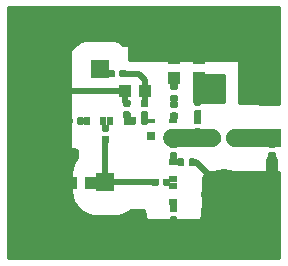
<source format=gbr>
G04 #@! TF.GenerationSoftware,KiCad,Pcbnew,5.1.5+dfsg1-2~bpo9+1*
G04 #@! TF.CreationDate,2020-06-15T18:45:28-04:00*
G04 #@! TF.ProjectId,wideband_LO,77696465-6261-46e6-945f-4c4f2e6b6963,rev?*
G04 #@! TF.SameCoordinates,PX4fdec70PY51c70f0*
G04 #@! TF.FileFunction,Copper,L1,Top*
G04 #@! TF.FilePolarity,Positive*
%FSLAX46Y46*%
G04 Gerber Fmt 4.6, Leading zero omitted, Abs format (unit mm)*
G04 Created by KiCad (PCBNEW 5.1.5+dfsg1-2~bpo9+1) date 2020-06-15 18:45:28*
%MOMM*%
%LPD*%
G04 APERTURE LIST*
%ADD10R,1.500000X1.500000*%
%ADD11R,0.998220X1.099820*%
%ADD12R,1.099820X0.998220*%
%ADD13C,0.020000*%
%ADD14R,0.600000X0.700000*%
%ADD15R,0.700000X0.600000*%
%ADD16R,0.650000X0.400000*%
%ADD17R,0.650000X0.700000*%
%ADD18R,2.000000X2.000000*%
%ADD19C,1.000000*%
%ADD20C,0.500000*%
%ADD21C,1.500000*%
%ADD22C,0.254000*%
G04 APERTURE END LIST*
D10*
X8350000Y-14950000D03*
D11*
X14150000Y-6098360D03*
X14150000Y-4401640D03*
D12*
X7098360Y-15000000D03*
X5401640Y-15000000D03*
X10001640Y-7250000D03*
X11698360Y-7250000D03*
D11*
X16250000Y-6098360D03*
X16250000Y-4401640D03*
G04 #@! TA.AperFunction,SMDPad,CuDef*
D13*
G36*
X9981959Y-5430711D02*
G01*
X9996277Y-5432835D01*
X10010318Y-5436352D01*
X10023947Y-5441229D01*
X10037032Y-5447418D01*
X10049448Y-5454859D01*
X10061074Y-5463482D01*
X10071799Y-5473203D01*
X10081520Y-5483928D01*
X10090143Y-5495554D01*
X10097584Y-5507970D01*
X10103773Y-5521055D01*
X10108650Y-5534684D01*
X10112167Y-5548725D01*
X10114291Y-5563043D01*
X10115001Y-5577501D01*
X10115001Y-5922501D01*
X10114291Y-5936959D01*
X10112167Y-5951277D01*
X10108650Y-5965318D01*
X10103773Y-5978947D01*
X10097584Y-5992032D01*
X10090143Y-6004448D01*
X10081520Y-6016074D01*
X10071799Y-6026799D01*
X10061074Y-6036520D01*
X10049448Y-6045143D01*
X10037032Y-6052584D01*
X10023947Y-6058773D01*
X10010318Y-6063650D01*
X9996277Y-6067167D01*
X9981959Y-6069291D01*
X9967501Y-6070001D01*
X9672501Y-6070001D01*
X9658043Y-6069291D01*
X9643725Y-6067167D01*
X9629684Y-6063650D01*
X9616055Y-6058773D01*
X9602970Y-6052584D01*
X9590554Y-6045143D01*
X9578928Y-6036520D01*
X9568203Y-6026799D01*
X9558482Y-6016074D01*
X9549859Y-6004448D01*
X9542418Y-5992032D01*
X9536229Y-5978947D01*
X9531352Y-5965318D01*
X9527835Y-5951277D01*
X9525711Y-5936959D01*
X9525001Y-5922501D01*
X9525001Y-5577501D01*
X9525711Y-5563043D01*
X9527835Y-5548725D01*
X9531352Y-5534684D01*
X9536229Y-5521055D01*
X9542418Y-5507970D01*
X9549859Y-5495554D01*
X9558482Y-5483928D01*
X9568203Y-5473203D01*
X9578928Y-5463482D01*
X9590554Y-5454859D01*
X9602970Y-5447418D01*
X9616055Y-5441229D01*
X9629684Y-5436352D01*
X9643725Y-5432835D01*
X9658043Y-5430711D01*
X9672501Y-5430001D01*
X9967501Y-5430001D01*
X9981959Y-5430711D01*
G37*
G04 #@! TD.AperFunction*
G04 #@! TA.AperFunction,SMDPad,CuDef*
G36*
X9011959Y-5430711D02*
G01*
X9026277Y-5432835D01*
X9040318Y-5436352D01*
X9053947Y-5441229D01*
X9067032Y-5447418D01*
X9079448Y-5454859D01*
X9091074Y-5463482D01*
X9101799Y-5473203D01*
X9111520Y-5483928D01*
X9120143Y-5495554D01*
X9127584Y-5507970D01*
X9133773Y-5521055D01*
X9138650Y-5534684D01*
X9142167Y-5548725D01*
X9144291Y-5563043D01*
X9145001Y-5577501D01*
X9145001Y-5922501D01*
X9144291Y-5936959D01*
X9142167Y-5951277D01*
X9138650Y-5965318D01*
X9133773Y-5978947D01*
X9127584Y-5992032D01*
X9120143Y-6004448D01*
X9111520Y-6016074D01*
X9101799Y-6026799D01*
X9091074Y-6036520D01*
X9079448Y-6045143D01*
X9067032Y-6052584D01*
X9053947Y-6058773D01*
X9040318Y-6063650D01*
X9026277Y-6067167D01*
X9011959Y-6069291D01*
X8997501Y-6070001D01*
X8702501Y-6070001D01*
X8688043Y-6069291D01*
X8673725Y-6067167D01*
X8659684Y-6063650D01*
X8646055Y-6058773D01*
X8632970Y-6052584D01*
X8620554Y-6045143D01*
X8608928Y-6036520D01*
X8598203Y-6026799D01*
X8588482Y-6016074D01*
X8579859Y-6004448D01*
X8572418Y-5992032D01*
X8566229Y-5978947D01*
X8561352Y-5965318D01*
X8557835Y-5951277D01*
X8555711Y-5936959D01*
X8555001Y-5922501D01*
X8555001Y-5577501D01*
X8555711Y-5563043D01*
X8557835Y-5548725D01*
X8561352Y-5534684D01*
X8566229Y-5521055D01*
X8572418Y-5507970D01*
X8579859Y-5495554D01*
X8588482Y-5483928D01*
X8598203Y-5473203D01*
X8608928Y-5463482D01*
X8620554Y-5454859D01*
X8632970Y-5447418D01*
X8646055Y-5441229D01*
X8659684Y-5436352D01*
X8673725Y-5432835D01*
X8688043Y-5430711D01*
X8702501Y-5430001D01*
X8997501Y-5430001D01*
X9011959Y-5430711D01*
G37*
G04 #@! TD.AperFunction*
G04 #@! TA.AperFunction,SMDPad,CuDef*
G36*
X8536958Y-10070710D02*
G01*
X8551276Y-10072834D01*
X8565317Y-10076351D01*
X8578946Y-10081228D01*
X8592031Y-10087417D01*
X8604447Y-10094858D01*
X8616073Y-10103481D01*
X8626798Y-10113202D01*
X8636519Y-10123927D01*
X8645142Y-10135553D01*
X8652583Y-10147969D01*
X8658772Y-10161054D01*
X8663649Y-10174683D01*
X8667166Y-10188724D01*
X8669290Y-10203042D01*
X8670000Y-10217500D01*
X8670000Y-10512500D01*
X8669290Y-10526958D01*
X8667166Y-10541276D01*
X8663649Y-10555317D01*
X8658772Y-10568946D01*
X8652583Y-10582031D01*
X8645142Y-10594447D01*
X8636519Y-10606073D01*
X8626798Y-10616798D01*
X8616073Y-10626519D01*
X8604447Y-10635142D01*
X8592031Y-10642583D01*
X8578946Y-10648772D01*
X8565317Y-10653649D01*
X8551276Y-10657166D01*
X8536958Y-10659290D01*
X8522500Y-10660000D01*
X8177500Y-10660000D01*
X8163042Y-10659290D01*
X8148724Y-10657166D01*
X8134683Y-10653649D01*
X8121054Y-10648772D01*
X8107969Y-10642583D01*
X8095553Y-10635142D01*
X8083927Y-10626519D01*
X8073202Y-10616798D01*
X8063481Y-10606073D01*
X8054858Y-10594447D01*
X8047417Y-10582031D01*
X8041228Y-10568946D01*
X8036351Y-10555317D01*
X8032834Y-10541276D01*
X8030710Y-10526958D01*
X8030000Y-10512500D01*
X8030000Y-10217500D01*
X8030710Y-10203042D01*
X8032834Y-10188724D01*
X8036351Y-10174683D01*
X8041228Y-10161054D01*
X8047417Y-10147969D01*
X8054858Y-10135553D01*
X8063481Y-10123927D01*
X8073202Y-10113202D01*
X8083927Y-10103481D01*
X8095553Y-10094858D01*
X8107969Y-10087417D01*
X8121054Y-10081228D01*
X8134683Y-10076351D01*
X8148724Y-10072834D01*
X8163042Y-10070710D01*
X8177500Y-10070000D01*
X8522500Y-10070000D01*
X8536958Y-10070710D01*
G37*
G04 #@! TD.AperFunction*
G04 #@! TA.AperFunction,SMDPad,CuDef*
G36*
X8536958Y-11040710D02*
G01*
X8551276Y-11042834D01*
X8565317Y-11046351D01*
X8578946Y-11051228D01*
X8592031Y-11057417D01*
X8604447Y-11064858D01*
X8616073Y-11073481D01*
X8626798Y-11083202D01*
X8636519Y-11093927D01*
X8645142Y-11105553D01*
X8652583Y-11117969D01*
X8658772Y-11131054D01*
X8663649Y-11144683D01*
X8667166Y-11158724D01*
X8669290Y-11173042D01*
X8670000Y-11187500D01*
X8670000Y-11482500D01*
X8669290Y-11496958D01*
X8667166Y-11511276D01*
X8663649Y-11525317D01*
X8658772Y-11538946D01*
X8652583Y-11552031D01*
X8645142Y-11564447D01*
X8636519Y-11576073D01*
X8626798Y-11586798D01*
X8616073Y-11596519D01*
X8604447Y-11605142D01*
X8592031Y-11612583D01*
X8578946Y-11618772D01*
X8565317Y-11623649D01*
X8551276Y-11627166D01*
X8536958Y-11629290D01*
X8522500Y-11630000D01*
X8177500Y-11630000D01*
X8163042Y-11629290D01*
X8148724Y-11627166D01*
X8134683Y-11623649D01*
X8121054Y-11618772D01*
X8107969Y-11612583D01*
X8095553Y-11605142D01*
X8083927Y-11596519D01*
X8073202Y-11586798D01*
X8063481Y-11576073D01*
X8054858Y-11564447D01*
X8047417Y-11552031D01*
X8041228Y-11538946D01*
X8036351Y-11525317D01*
X8032834Y-11511276D01*
X8030710Y-11496958D01*
X8030000Y-11482500D01*
X8030000Y-11187500D01*
X8030710Y-11173042D01*
X8032834Y-11158724D01*
X8036351Y-11144683D01*
X8041228Y-11131054D01*
X8047417Y-11117969D01*
X8054858Y-11105553D01*
X8063481Y-11093927D01*
X8073202Y-11083202D01*
X8083927Y-11073481D01*
X8095553Y-11064858D01*
X8107969Y-11057417D01*
X8121054Y-11051228D01*
X8134683Y-11046351D01*
X8148724Y-11042834D01*
X8163042Y-11040710D01*
X8177500Y-11040000D01*
X8522500Y-11040000D01*
X8536958Y-11040710D01*
G37*
G04 #@! TD.AperFunction*
G04 #@! TA.AperFunction,SMDPad,CuDef*
G36*
X14336958Y-6570710D02*
G01*
X14351276Y-6572834D01*
X14365317Y-6576351D01*
X14378946Y-6581228D01*
X14392031Y-6587417D01*
X14404447Y-6594858D01*
X14416073Y-6603481D01*
X14426798Y-6613202D01*
X14436519Y-6623927D01*
X14445142Y-6635553D01*
X14452583Y-6647969D01*
X14458772Y-6661054D01*
X14463649Y-6674683D01*
X14467166Y-6688724D01*
X14469290Y-6703042D01*
X14470000Y-6717500D01*
X14470000Y-7012500D01*
X14469290Y-7026958D01*
X14467166Y-7041276D01*
X14463649Y-7055317D01*
X14458772Y-7068946D01*
X14452583Y-7082031D01*
X14445142Y-7094447D01*
X14436519Y-7106073D01*
X14426798Y-7116798D01*
X14416073Y-7126519D01*
X14404447Y-7135142D01*
X14392031Y-7142583D01*
X14378946Y-7148772D01*
X14365317Y-7153649D01*
X14351276Y-7157166D01*
X14336958Y-7159290D01*
X14322500Y-7160000D01*
X13977500Y-7160000D01*
X13963042Y-7159290D01*
X13948724Y-7157166D01*
X13934683Y-7153649D01*
X13921054Y-7148772D01*
X13907969Y-7142583D01*
X13895553Y-7135142D01*
X13883927Y-7126519D01*
X13873202Y-7116798D01*
X13863481Y-7106073D01*
X13854858Y-7094447D01*
X13847417Y-7082031D01*
X13841228Y-7068946D01*
X13836351Y-7055317D01*
X13832834Y-7041276D01*
X13830710Y-7026958D01*
X13830000Y-7012500D01*
X13830000Y-6717500D01*
X13830710Y-6703042D01*
X13832834Y-6688724D01*
X13836351Y-6674683D01*
X13841228Y-6661054D01*
X13847417Y-6647969D01*
X13854858Y-6635553D01*
X13863481Y-6623927D01*
X13873202Y-6613202D01*
X13883927Y-6603481D01*
X13895553Y-6594858D01*
X13907969Y-6587417D01*
X13921054Y-6581228D01*
X13934683Y-6576351D01*
X13948724Y-6572834D01*
X13963042Y-6570710D01*
X13977500Y-6570000D01*
X14322500Y-6570000D01*
X14336958Y-6570710D01*
G37*
G04 #@! TD.AperFunction*
G04 #@! TA.AperFunction,SMDPad,CuDef*
G36*
X14336958Y-7540710D02*
G01*
X14351276Y-7542834D01*
X14365317Y-7546351D01*
X14378946Y-7551228D01*
X14392031Y-7557417D01*
X14404447Y-7564858D01*
X14416073Y-7573481D01*
X14426798Y-7583202D01*
X14436519Y-7593927D01*
X14445142Y-7605553D01*
X14452583Y-7617969D01*
X14458772Y-7631054D01*
X14463649Y-7644683D01*
X14467166Y-7658724D01*
X14469290Y-7673042D01*
X14470000Y-7687500D01*
X14470000Y-7982500D01*
X14469290Y-7996958D01*
X14467166Y-8011276D01*
X14463649Y-8025317D01*
X14458772Y-8038946D01*
X14452583Y-8052031D01*
X14445142Y-8064447D01*
X14436519Y-8076073D01*
X14426798Y-8086798D01*
X14416073Y-8096519D01*
X14404447Y-8105142D01*
X14392031Y-8112583D01*
X14378946Y-8118772D01*
X14365317Y-8123649D01*
X14351276Y-8127166D01*
X14336958Y-8129290D01*
X14322500Y-8130000D01*
X13977500Y-8130000D01*
X13963042Y-8129290D01*
X13948724Y-8127166D01*
X13934683Y-8123649D01*
X13921054Y-8118772D01*
X13907969Y-8112583D01*
X13895553Y-8105142D01*
X13883927Y-8096519D01*
X13873202Y-8086798D01*
X13863481Y-8076073D01*
X13854858Y-8064447D01*
X13847417Y-8052031D01*
X13841228Y-8038946D01*
X13836351Y-8025317D01*
X13832834Y-8011276D01*
X13830710Y-7996958D01*
X13830000Y-7982500D01*
X13830000Y-7687500D01*
X13830710Y-7673042D01*
X13832834Y-7658724D01*
X13836351Y-7644683D01*
X13841228Y-7631054D01*
X13847417Y-7617969D01*
X13854858Y-7605553D01*
X13863481Y-7593927D01*
X13873202Y-7583202D01*
X13883927Y-7573481D01*
X13895553Y-7564858D01*
X13907969Y-7557417D01*
X13921054Y-7551228D01*
X13934683Y-7546351D01*
X13948724Y-7542834D01*
X13963042Y-7540710D01*
X13977500Y-7540000D01*
X14322500Y-7540000D01*
X14336958Y-7540710D01*
G37*
G04 #@! TD.AperFunction*
G04 #@! TA.AperFunction,SMDPad,CuDef*
G36*
X22636958Y-11420710D02*
G01*
X22651276Y-11422834D01*
X22665317Y-11426351D01*
X22678946Y-11431228D01*
X22692031Y-11437417D01*
X22704447Y-11444858D01*
X22716073Y-11453481D01*
X22726798Y-11463202D01*
X22736519Y-11473927D01*
X22745142Y-11485553D01*
X22752583Y-11497969D01*
X22758772Y-11511054D01*
X22763649Y-11524683D01*
X22767166Y-11538724D01*
X22769290Y-11553042D01*
X22770000Y-11567500D01*
X22770000Y-11862500D01*
X22769290Y-11876958D01*
X22767166Y-11891276D01*
X22763649Y-11905317D01*
X22758772Y-11918946D01*
X22752583Y-11932031D01*
X22745142Y-11944447D01*
X22736519Y-11956073D01*
X22726798Y-11966798D01*
X22716073Y-11976519D01*
X22704447Y-11985142D01*
X22692031Y-11992583D01*
X22678946Y-11998772D01*
X22665317Y-12003649D01*
X22651276Y-12007166D01*
X22636958Y-12009290D01*
X22622500Y-12010000D01*
X22277500Y-12010000D01*
X22263042Y-12009290D01*
X22248724Y-12007166D01*
X22234683Y-12003649D01*
X22221054Y-11998772D01*
X22207969Y-11992583D01*
X22195553Y-11985142D01*
X22183927Y-11976519D01*
X22173202Y-11966798D01*
X22163481Y-11956073D01*
X22154858Y-11944447D01*
X22147417Y-11932031D01*
X22141228Y-11918946D01*
X22136351Y-11905317D01*
X22132834Y-11891276D01*
X22130710Y-11876958D01*
X22130000Y-11862500D01*
X22130000Y-11567500D01*
X22130710Y-11553042D01*
X22132834Y-11538724D01*
X22136351Y-11524683D01*
X22141228Y-11511054D01*
X22147417Y-11497969D01*
X22154858Y-11485553D01*
X22163481Y-11473927D01*
X22173202Y-11463202D01*
X22183927Y-11453481D01*
X22195553Y-11444858D01*
X22207969Y-11437417D01*
X22221054Y-11431228D01*
X22234683Y-11426351D01*
X22248724Y-11422834D01*
X22263042Y-11420710D01*
X22277500Y-11420000D01*
X22622500Y-11420000D01*
X22636958Y-11420710D01*
G37*
G04 #@! TD.AperFunction*
G04 #@! TA.AperFunction,SMDPad,CuDef*
G36*
X22636958Y-12390710D02*
G01*
X22651276Y-12392834D01*
X22665317Y-12396351D01*
X22678946Y-12401228D01*
X22692031Y-12407417D01*
X22704447Y-12414858D01*
X22716073Y-12423481D01*
X22726798Y-12433202D01*
X22736519Y-12443927D01*
X22745142Y-12455553D01*
X22752583Y-12467969D01*
X22758772Y-12481054D01*
X22763649Y-12494683D01*
X22767166Y-12508724D01*
X22769290Y-12523042D01*
X22770000Y-12537500D01*
X22770000Y-12832500D01*
X22769290Y-12846958D01*
X22767166Y-12861276D01*
X22763649Y-12875317D01*
X22758772Y-12888946D01*
X22752583Y-12902031D01*
X22745142Y-12914447D01*
X22736519Y-12926073D01*
X22726798Y-12936798D01*
X22716073Y-12946519D01*
X22704447Y-12955142D01*
X22692031Y-12962583D01*
X22678946Y-12968772D01*
X22665317Y-12973649D01*
X22651276Y-12977166D01*
X22636958Y-12979290D01*
X22622500Y-12980000D01*
X22277500Y-12980000D01*
X22263042Y-12979290D01*
X22248724Y-12977166D01*
X22234683Y-12973649D01*
X22221054Y-12968772D01*
X22207969Y-12962583D01*
X22195553Y-12955142D01*
X22183927Y-12946519D01*
X22173202Y-12936798D01*
X22163481Y-12926073D01*
X22154858Y-12914447D01*
X22147417Y-12902031D01*
X22141228Y-12888946D01*
X22136351Y-12875317D01*
X22132834Y-12861276D01*
X22130710Y-12846958D01*
X22130000Y-12832500D01*
X22130000Y-12537500D01*
X22130710Y-12523042D01*
X22132834Y-12508724D01*
X22136351Y-12494683D01*
X22141228Y-12481054D01*
X22147417Y-12467969D01*
X22154858Y-12455553D01*
X22163481Y-12443927D01*
X22173202Y-12433202D01*
X22183927Y-12423481D01*
X22195553Y-12414858D01*
X22207969Y-12407417D01*
X22221054Y-12401228D01*
X22234683Y-12396351D01*
X22248724Y-12392834D01*
X22263042Y-12390710D01*
X22277500Y-12390000D01*
X22622500Y-12390000D01*
X22636958Y-12390710D01*
G37*
G04 #@! TD.AperFunction*
G04 #@! TA.AperFunction,SMDPad,CuDef*
G36*
X15846958Y-12930710D02*
G01*
X15861276Y-12932834D01*
X15875317Y-12936351D01*
X15888946Y-12941228D01*
X15902031Y-12947417D01*
X15914447Y-12954858D01*
X15926073Y-12963481D01*
X15936798Y-12973202D01*
X15946519Y-12983927D01*
X15955142Y-12995553D01*
X15962583Y-13007969D01*
X15968772Y-13021054D01*
X15973649Y-13034683D01*
X15977166Y-13048724D01*
X15979290Y-13063042D01*
X15980000Y-13077500D01*
X15980000Y-13422500D01*
X15979290Y-13436958D01*
X15977166Y-13451276D01*
X15973649Y-13465317D01*
X15968772Y-13478946D01*
X15962583Y-13492031D01*
X15955142Y-13504447D01*
X15946519Y-13516073D01*
X15936798Y-13526798D01*
X15926073Y-13536519D01*
X15914447Y-13545142D01*
X15902031Y-13552583D01*
X15888946Y-13558772D01*
X15875317Y-13563649D01*
X15861276Y-13567166D01*
X15846958Y-13569290D01*
X15832500Y-13570000D01*
X15537500Y-13570000D01*
X15523042Y-13569290D01*
X15508724Y-13567166D01*
X15494683Y-13563649D01*
X15481054Y-13558772D01*
X15467969Y-13552583D01*
X15455553Y-13545142D01*
X15443927Y-13536519D01*
X15433202Y-13526798D01*
X15423481Y-13516073D01*
X15414858Y-13504447D01*
X15407417Y-13492031D01*
X15401228Y-13478946D01*
X15396351Y-13465317D01*
X15392834Y-13451276D01*
X15390710Y-13436958D01*
X15390000Y-13422500D01*
X15390000Y-13077500D01*
X15390710Y-13063042D01*
X15392834Y-13048724D01*
X15396351Y-13034683D01*
X15401228Y-13021054D01*
X15407417Y-13007969D01*
X15414858Y-12995553D01*
X15423481Y-12983927D01*
X15433202Y-12973202D01*
X15443927Y-12963481D01*
X15455553Y-12954858D01*
X15467969Y-12947417D01*
X15481054Y-12941228D01*
X15494683Y-12936351D01*
X15508724Y-12932834D01*
X15523042Y-12930710D01*
X15537500Y-12930000D01*
X15832500Y-12930000D01*
X15846958Y-12930710D01*
G37*
G04 #@! TD.AperFunction*
G04 #@! TA.AperFunction,SMDPad,CuDef*
G36*
X14876958Y-12930710D02*
G01*
X14891276Y-12932834D01*
X14905317Y-12936351D01*
X14918946Y-12941228D01*
X14932031Y-12947417D01*
X14944447Y-12954858D01*
X14956073Y-12963481D01*
X14966798Y-12973202D01*
X14976519Y-12983927D01*
X14985142Y-12995553D01*
X14992583Y-13007969D01*
X14998772Y-13021054D01*
X15003649Y-13034683D01*
X15007166Y-13048724D01*
X15009290Y-13063042D01*
X15010000Y-13077500D01*
X15010000Y-13422500D01*
X15009290Y-13436958D01*
X15007166Y-13451276D01*
X15003649Y-13465317D01*
X14998772Y-13478946D01*
X14992583Y-13492031D01*
X14985142Y-13504447D01*
X14976519Y-13516073D01*
X14966798Y-13526798D01*
X14956073Y-13536519D01*
X14944447Y-13545142D01*
X14932031Y-13552583D01*
X14918946Y-13558772D01*
X14905317Y-13563649D01*
X14891276Y-13567166D01*
X14876958Y-13569290D01*
X14862500Y-13570000D01*
X14567500Y-13570000D01*
X14553042Y-13569290D01*
X14538724Y-13567166D01*
X14524683Y-13563649D01*
X14511054Y-13558772D01*
X14497969Y-13552583D01*
X14485553Y-13545142D01*
X14473927Y-13536519D01*
X14463202Y-13526798D01*
X14453481Y-13516073D01*
X14444858Y-13504447D01*
X14437417Y-13492031D01*
X14431228Y-13478946D01*
X14426351Y-13465317D01*
X14422834Y-13451276D01*
X14420710Y-13436958D01*
X14420000Y-13422500D01*
X14420000Y-13077500D01*
X14420710Y-13063042D01*
X14422834Y-13048724D01*
X14426351Y-13034683D01*
X14431228Y-13021054D01*
X14437417Y-13007969D01*
X14444858Y-12995553D01*
X14453481Y-12983927D01*
X14463202Y-12973202D01*
X14473927Y-12963481D01*
X14485553Y-12954858D01*
X14497969Y-12947417D01*
X14511054Y-12941228D01*
X14524683Y-12936351D01*
X14538724Y-12932834D01*
X14553042Y-12930710D01*
X14567500Y-12930000D01*
X14862500Y-12930000D01*
X14876958Y-12930710D01*
G37*
G04 #@! TD.AperFunction*
G04 #@! TA.AperFunction,SMDPad,CuDef*
G36*
X10336958Y-8940710D02*
G01*
X10351276Y-8942834D01*
X10365317Y-8946351D01*
X10378946Y-8951228D01*
X10392031Y-8957417D01*
X10404447Y-8964858D01*
X10416073Y-8973481D01*
X10426798Y-8983202D01*
X10436519Y-8993927D01*
X10445142Y-9005553D01*
X10452583Y-9017969D01*
X10458772Y-9031054D01*
X10463649Y-9044683D01*
X10467166Y-9058724D01*
X10469290Y-9073042D01*
X10470000Y-9087500D01*
X10470000Y-9382500D01*
X10469290Y-9396958D01*
X10467166Y-9411276D01*
X10463649Y-9425317D01*
X10458772Y-9438946D01*
X10452583Y-9452031D01*
X10445142Y-9464447D01*
X10436519Y-9476073D01*
X10426798Y-9486798D01*
X10416073Y-9496519D01*
X10404447Y-9505142D01*
X10392031Y-9512583D01*
X10378946Y-9518772D01*
X10365317Y-9523649D01*
X10351276Y-9527166D01*
X10336958Y-9529290D01*
X10322500Y-9530000D01*
X9977500Y-9530000D01*
X9963042Y-9529290D01*
X9948724Y-9527166D01*
X9934683Y-9523649D01*
X9921054Y-9518772D01*
X9907969Y-9512583D01*
X9895553Y-9505142D01*
X9883927Y-9496519D01*
X9873202Y-9486798D01*
X9863481Y-9476073D01*
X9854858Y-9464447D01*
X9847417Y-9452031D01*
X9841228Y-9438946D01*
X9836351Y-9425317D01*
X9832834Y-9411276D01*
X9830710Y-9396958D01*
X9830000Y-9382500D01*
X9830000Y-9087500D01*
X9830710Y-9073042D01*
X9832834Y-9058724D01*
X9836351Y-9044683D01*
X9841228Y-9031054D01*
X9847417Y-9017969D01*
X9854858Y-9005553D01*
X9863481Y-8993927D01*
X9873202Y-8983202D01*
X9883927Y-8973481D01*
X9895553Y-8964858D01*
X9907969Y-8957417D01*
X9921054Y-8951228D01*
X9934683Y-8946351D01*
X9948724Y-8942834D01*
X9963042Y-8940710D01*
X9977500Y-8940000D01*
X10322500Y-8940000D01*
X10336958Y-8940710D01*
G37*
G04 #@! TD.AperFunction*
G04 #@! TA.AperFunction,SMDPad,CuDef*
G36*
X10336958Y-7970710D02*
G01*
X10351276Y-7972834D01*
X10365317Y-7976351D01*
X10378946Y-7981228D01*
X10392031Y-7987417D01*
X10404447Y-7994858D01*
X10416073Y-8003481D01*
X10426798Y-8013202D01*
X10436519Y-8023927D01*
X10445142Y-8035553D01*
X10452583Y-8047969D01*
X10458772Y-8061054D01*
X10463649Y-8074683D01*
X10467166Y-8088724D01*
X10469290Y-8103042D01*
X10470000Y-8117500D01*
X10470000Y-8412500D01*
X10469290Y-8426958D01*
X10467166Y-8441276D01*
X10463649Y-8455317D01*
X10458772Y-8468946D01*
X10452583Y-8482031D01*
X10445142Y-8494447D01*
X10436519Y-8506073D01*
X10426798Y-8516798D01*
X10416073Y-8526519D01*
X10404447Y-8535142D01*
X10392031Y-8542583D01*
X10378946Y-8548772D01*
X10365317Y-8553649D01*
X10351276Y-8557166D01*
X10336958Y-8559290D01*
X10322500Y-8560000D01*
X9977500Y-8560000D01*
X9963042Y-8559290D01*
X9948724Y-8557166D01*
X9934683Y-8553649D01*
X9921054Y-8548772D01*
X9907969Y-8542583D01*
X9895553Y-8535142D01*
X9883927Y-8526519D01*
X9873202Y-8516798D01*
X9863481Y-8506073D01*
X9854858Y-8494447D01*
X9847417Y-8482031D01*
X9841228Y-8468946D01*
X9836351Y-8455317D01*
X9832834Y-8441276D01*
X9830710Y-8426958D01*
X9830000Y-8412500D01*
X9830000Y-8117500D01*
X9830710Y-8103042D01*
X9832834Y-8088724D01*
X9836351Y-8074683D01*
X9841228Y-8061054D01*
X9847417Y-8047969D01*
X9854858Y-8035553D01*
X9863481Y-8023927D01*
X9873202Y-8013202D01*
X9883927Y-8003481D01*
X9895553Y-7994858D01*
X9907969Y-7987417D01*
X9921054Y-7981228D01*
X9934683Y-7976351D01*
X9948724Y-7972834D01*
X9963042Y-7970710D01*
X9977500Y-7970000D01*
X10322500Y-7970000D01*
X10336958Y-7970710D01*
G37*
G04 #@! TD.AperFunction*
G04 #@! TA.AperFunction,SMDPad,CuDef*
G36*
X13696958Y-14630710D02*
G01*
X13711276Y-14632834D01*
X13725317Y-14636351D01*
X13738946Y-14641228D01*
X13752031Y-14647417D01*
X13764447Y-14654858D01*
X13776073Y-14663481D01*
X13786798Y-14673202D01*
X13796519Y-14683927D01*
X13805142Y-14695553D01*
X13812583Y-14707969D01*
X13818772Y-14721054D01*
X13823649Y-14734683D01*
X13827166Y-14748724D01*
X13829290Y-14763042D01*
X13830000Y-14777500D01*
X13830000Y-15122500D01*
X13829290Y-15136958D01*
X13827166Y-15151276D01*
X13823649Y-15165317D01*
X13818772Y-15178946D01*
X13812583Y-15192031D01*
X13805142Y-15204447D01*
X13796519Y-15216073D01*
X13786798Y-15226798D01*
X13776073Y-15236519D01*
X13764447Y-15245142D01*
X13752031Y-15252583D01*
X13738946Y-15258772D01*
X13725317Y-15263649D01*
X13711276Y-15267166D01*
X13696958Y-15269290D01*
X13682500Y-15270000D01*
X13387500Y-15270000D01*
X13373042Y-15269290D01*
X13358724Y-15267166D01*
X13344683Y-15263649D01*
X13331054Y-15258772D01*
X13317969Y-15252583D01*
X13305553Y-15245142D01*
X13293927Y-15236519D01*
X13283202Y-15226798D01*
X13273481Y-15216073D01*
X13264858Y-15204447D01*
X13257417Y-15192031D01*
X13251228Y-15178946D01*
X13246351Y-15165317D01*
X13242834Y-15151276D01*
X13240710Y-15136958D01*
X13240000Y-15122500D01*
X13240000Y-14777500D01*
X13240710Y-14763042D01*
X13242834Y-14748724D01*
X13246351Y-14734683D01*
X13251228Y-14721054D01*
X13257417Y-14707969D01*
X13264858Y-14695553D01*
X13273481Y-14683927D01*
X13283202Y-14673202D01*
X13293927Y-14663481D01*
X13305553Y-14654858D01*
X13317969Y-14647417D01*
X13331054Y-14641228D01*
X13344683Y-14636351D01*
X13358724Y-14632834D01*
X13373042Y-14630710D01*
X13387500Y-14630000D01*
X13682500Y-14630000D01*
X13696958Y-14630710D01*
G37*
G04 #@! TD.AperFunction*
G04 #@! TA.AperFunction,SMDPad,CuDef*
G36*
X12726958Y-14630710D02*
G01*
X12741276Y-14632834D01*
X12755317Y-14636351D01*
X12768946Y-14641228D01*
X12782031Y-14647417D01*
X12794447Y-14654858D01*
X12806073Y-14663481D01*
X12816798Y-14673202D01*
X12826519Y-14683927D01*
X12835142Y-14695553D01*
X12842583Y-14707969D01*
X12848772Y-14721054D01*
X12853649Y-14734683D01*
X12857166Y-14748724D01*
X12859290Y-14763042D01*
X12860000Y-14777500D01*
X12860000Y-15122500D01*
X12859290Y-15136958D01*
X12857166Y-15151276D01*
X12853649Y-15165317D01*
X12848772Y-15178946D01*
X12842583Y-15192031D01*
X12835142Y-15204447D01*
X12826519Y-15216073D01*
X12816798Y-15226798D01*
X12806073Y-15236519D01*
X12794447Y-15245142D01*
X12782031Y-15252583D01*
X12768946Y-15258772D01*
X12755317Y-15263649D01*
X12741276Y-15267166D01*
X12726958Y-15269290D01*
X12712500Y-15270000D01*
X12417500Y-15270000D01*
X12403042Y-15269290D01*
X12388724Y-15267166D01*
X12374683Y-15263649D01*
X12361054Y-15258772D01*
X12347969Y-15252583D01*
X12335553Y-15245142D01*
X12323927Y-15236519D01*
X12313202Y-15226798D01*
X12303481Y-15216073D01*
X12294858Y-15204447D01*
X12287417Y-15192031D01*
X12281228Y-15178946D01*
X12276351Y-15165317D01*
X12272834Y-15151276D01*
X12270710Y-15136958D01*
X12270000Y-15122500D01*
X12270000Y-14777500D01*
X12270710Y-14763042D01*
X12272834Y-14748724D01*
X12276351Y-14734683D01*
X12281228Y-14721054D01*
X12287417Y-14707969D01*
X12294858Y-14695553D01*
X12303481Y-14683927D01*
X12313202Y-14673202D01*
X12323927Y-14663481D01*
X12335553Y-14654858D01*
X12347969Y-14647417D01*
X12361054Y-14641228D01*
X12374683Y-14636351D01*
X12388724Y-14632834D01*
X12403042Y-14630710D01*
X12417500Y-14630000D01*
X12712500Y-14630000D01*
X12726958Y-14630710D01*
G37*
G04 #@! TD.AperFunction*
G04 #@! TA.AperFunction,SMDPad,CuDef*
G36*
X11836958Y-8940710D02*
G01*
X11851276Y-8942834D01*
X11865317Y-8946351D01*
X11878946Y-8951228D01*
X11892031Y-8957417D01*
X11904447Y-8964858D01*
X11916073Y-8973481D01*
X11926798Y-8983202D01*
X11936519Y-8993927D01*
X11945142Y-9005553D01*
X11952583Y-9017969D01*
X11958772Y-9031054D01*
X11963649Y-9044683D01*
X11967166Y-9058724D01*
X11969290Y-9073042D01*
X11970000Y-9087500D01*
X11970000Y-9382500D01*
X11969290Y-9396958D01*
X11967166Y-9411276D01*
X11963649Y-9425317D01*
X11958772Y-9438946D01*
X11952583Y-9452031D01*
X11945142Y-9464447D01*
X11936519Y-9476073D01*
X11926798Y-9486798D01*
X11916073Y-9496519D01*
X11904447Y-9505142D01*
X11892031Y-9512583D01*
X11878946Y-9518772D01*
X11865317Y-9523649D01*
X11851276Y-9527166D01*
X11836958Y-9529290D01*
X11822500Y-9530000D01*
X11477500Y-9530000D01*
X11463042Y-9529290D01*
X11448724Y-9527166D01*
X11434683Y-9523649D01*
X11421054Y-9518772D01*
X11407969Y-9512583D01*
X11395553Y-9505142D01*
X11383927Y-9496519D01*
X11373202Y-9486798D01*
X11363481Y-9476073D01*
X11354858Y-9464447D01*
X11347417Y-9452031D01*
X11341228Y-9438946D01*
X11336351Y-9425317D01*
X11332834Y-9411276D01*
X11330710Y-9396958D01*
X11330000Y-9382500D01*
X11330000Y-9087500D01*
X11330710Y-9073042D01*
X11332834Y-9058724D01*
X11336351Y-9044683D01*
X11341228Y-9031054D01*
X11347417Y-9017969D01*
X11354858Y-9005553D01*
X11363481Y-8993927D01*
X11373202Y-8983202D01*
X11383927Y-8973481D01*
X11395553Y-8964858D01*
X11407969Y-8957417D01*
X11421054Y-8951228D01*
X11434683Y-8946351D01*
X11448724Y-8942834D01*
X11463042Y-8940710D01*
X11477500Y-8940000D01*
X11822500Y-8940000D01*
X11836958Y-8940710D01*
G37*
G04 #@! TD.AperFunction*
G04 #@! TA.AperFunction,SMDPad,CuDef*
G36*
X11836958Y-7970710D02*
G01*
X11851276Y-7972834D01*
X11865317Y-7976351D01*
X11878946Y-7981228D01*
X11892031Y-7987417D01*
X11904447Y-7994858D01*
X11916073Y-8003481D01*
X11926798Y-8013202D01*
X11936519Y-8023927D01*
X11945142Y-8035553D01*
X11952583Y-8047969D01*
X11958772Y-8061054D01*
X11963649Y-8074683D01*
X11967166Y-8088724D01*
X11969290Y-8103042D01*
X11970000Y-8117500D01*
X11970000Y-8412500D01*
X11969290Y-8426958D01*
X11967166Y-8441276D01*
X11963649Y-8455317D01*
X11958772Y-8468946D01*
X11952583Y-8482031D01*
X11945142Y-8494447D01*
X11936519Y-8506073D01*
X11926798Y-8516798D01*
X11916073Y-8526519D01*
X11904447Y-8535142D01*
X11892031Y-8542583D01*
X11878946Y-8548772D01*
X11865317Y-8553649D01*
X11851276Y-8557166D01*
X11836958Y-8559290D01*
X11822500Y-8560000D01*
X11477500Y-8560000D01*
X11463042Y-8559290D01*
X11448724Y-8557166D01*
X11434683Y-8553649D01*
X11421054Y-8548772D01*
X11407969Y-8542583D01*
X11395553Y-8535142D01*
X11383927Y-8526519D01*
X11373202Y-8516798D01*
X11363481Y-8506073D01*
X11354858Y-8494447D01*
X11347417Y-8482031D01*
X11341228Y-8468946D01*
X11336351Y-8455317D01*
X11332834Y-8441276D01*
X11330710Y-8426958D01*
X11330000Y-8412500D01*
X11330000Y-8117500D01*
X11330710Y-8103042D01*
X11332834Y-8088724D01*
X11336351Y-8074683D01*
X11341228Y-8061054D01*
X11347417Y-8047969D01*
X11354858Y-8035553D01*
X11363481Y-8023927D01*
X11373202Y-8013202D01*
X11383927Y-8003481D01*
X11395553Y-7994858D01*
X11407969Y-7987417D01*
X11421054Y-7981228D01*
X11434683Y-7976351D01*
X11448724Y-7972834D01*
X11463042Y-7970710D01*
X11477500Y-7970000D01*
X11822500Y-7970000D01*
X11836958Y-7970710D01*
G37*
G04 #@! TD.AperFunction*
G04 #@! TA.AperFunction,SMDPad,CuDef*
G36*
X14286958Y-17840710D02*
G01*
X14301276Y-17842834D01*
X14315317Y-17846351D01*
X14328946Y-17851228D01*
X14342031Y-17857417D01*
X14354447Y-17864858D01*
X14366073Y-17873481D01*
X14376798Y-17883202D01*
X14386519Y-17893927D01*
X14395142Y-17905553D01*
X14402583Y-17917969D01*
X14408772Y-17931054D01*
X14413649Y-17944683D01*
X14417166Y-17958724D01*
X14419290Y-17973042D01*
X14420000Y-17987500D01*
X14420000Y-18282500D01*
X14419290Y-18296958D01*
X14417166Y-18311276D01*
X14413649Y-18325317D01*
X14408772Y-18338946D01*
X14402583Y-18352031D01*
X14395142Y-18364447D01*
X14386519Y-18376073D01*
X14376798Y-18386798D01*
X14366073Y-18396519D01*
X14354447Y-18405142D01*
X14342031Y-18412583D01*
X14328946Y-18418772D01*
X14315317Y-18423649D01*
X14301276Y-18427166D01*
X14286958Y-18429290D01*
X14272500Y-18430000D01*
X13927500Y-18430000D01*
X13913042Y-18429290D01*
X13898724Y-18427166D01*
X13884683Y-18423649D01*
X13871054Y-18418772D01*
X13857969Y-18412583D01*
X13845553Y-18405142D01*
X13833927Y-18396519D01*
X13823202Y-18386798D01*
X13813481Y-18376073D01*
X13804858Y-18364447D01*
X13797417Y-18352031D01*
X13791228Y-18338946D01*
X13786351Y-18325317D01*
X13782834Y-18311276D01*
X13780710Y-18296958D01*
X13780000Y-18282500D01*
X13780000Y-17987500D01*
X13780710Y-17973042D01*
X13782834Y-17958724D01*
X13786351Y-17944683D01*
X13791228Y-17931054D01*
X13797417Y-17917969D01*
X13804858Y-17905553D01*
X13813481Y-17893927D01*
X13823202Y-17883202D01*
X13833927Y-17873481D01*
X13845553Y-17864858D01*
X13857969Y-17857417D01*
X13871054Y-17851228D01*
X13884683Y-17846351D01*
X13898724Y-17842834D01*
X13913042Y-17840710D01*
X13927500Y-17840000D01*
X14272500Y-17840000D01*
X14286958Y-17840710D01*
G37*
G04 #@! TD.AperFunction*
G04 #@! TA.AperFunction,SMDPad,CuDef*
G36*
X14286958Y-16870710D02*
G01*
X14301276Y-16872834D01*
X14315317Y-16876351D01*
X14328946Y-16881228D01*
X14342031Y-16887417D01*
X14354447Y-16894858D01*
X14366073Y-16903481D01*
X14376798Y-16913202D01*
X14386519Y-16923927D01*
X14395142Y-16935553D01*
X14402583Y-16947969D01*
X14408772Y-16961054D01*
X14413649Y-16974683D01*
X14417166Y-16988724D01*
X14419290Y-17003042D01*
X14420000Y-17017500D01*
X14420000Y-17312500D01*
X14419290Y-17326958D01*
X14417166Y-17341276D01*
X14413649Y-17355317D01*
X14408772Y-17368946D01*
X14402583Y-17382031D01*
X14395142Y-17394447D01*
X14386519Y-17406073D01*
X14376798Y-17416798D01*
X14366073Y-17426519D01*
X14354447Y-17435142D01*
X14342031Y-17442583D01*
X14328946Y-17448772D01*
X14315317Y-17453649D01*
X14301276Y-17457166D01*
X14286958Y-17459290D01*
X14272500Y-17460000D01*
X13927500Y-17460000D01*
X13913042Y-17459290D01*
X13898724Y-17457166D01*
X13884683Y-17453649D01*
X13871054Y-17448772D01*
X13857969Y-17442583D01*
X13845553Y-17435142D01*
X13833927Y-17426519D01*
X13823202Y-17416798D01*
X13813481Y-17406073D01*
X13804858Y-17394447D01*
X13797417Y-17382031D01*
X13791228Y-17368946D01*
X13786351Y-17355317D01*
X13782834Y-17341276D01*
X13780710Y-17326958D01*
X13780000Y-17312500D01*
X13780000Y-17017500D01*
X13780710Y-17003042D01*
X13782834Y-16988724D01*
X13786351Y-16974683D01*
X13791228Y-16961054D01*
X13797417Y-16947969D01*
X13804858Y-16935553D01*
X13813481Y-16923927D01*
X13823202Y-16913202D01*
X13833927Y-16903481D01*
X13845553Y-16894858D01*
X13857969Y-16887417D01*
X13871054Y-16881228D01*
X13884683Y-16876351D01*
X13898724Y-16872834D01*
X13913042Y-16870710D01*
X13927500Y-16870000D01*
X14272500Y-16870000D01*
X14286958Y-16870710D01*
G37*
G04 #@! TD.AperFunction*
G04 #@! TA.AperFunction,SMDPad,CuDef*
G36*
X14336958Y-8070710D02*
G01*
X14351276Y-8072834D01*
X14365317Y-8076351D01*
X14378946Y-8081228D01*
X14392031Y-8087417D01*
X14404447Y-8094858D01*
X14416073Y-8103481D01*
X14426798Y-8113202D01*
X14436519Y-8123927D01*
X14445142Y-8135553D01*
X14452583Y-8147969D01*
X14458772Y-8161054D01*
X14463649Y-8174683D01*
X14467166Y-8188724D01*
X14469290Y-8203042D01*
X14470000Y-8217500D01*
X14470000Y-8512500D01*
X14469290Y-8526958D01*
X14467166Y-8541276D01*
X14463649Y-8555317D01*
X14458772Y-8568946D01*
X14452583Y-8582031D01*
X14445142Y-8594447D01*
X14436519Y-8606073D01*
X14426798Y-8616798D01*
X14416073Y-8626519D01*
X14404447Y-8635142D01*
X14392031Y-8642583D01*
X14378946Y-8648772D01*
X14365317Y-8653649D01*
X14351276Y-8657166D01*
X14336958Y-8659290D01*
X14322500Y-8660000D01*
X13977500Y-8660000D01*
X13963042Y-8659290D01*
X13948724Y-8657166D01*
X13934683Y-8653649D01*
X13921054Y-8648772D01*
X13907969Y-8642583D01*
X13895553Y-8635142D01*
X13883927Y-8626519D01*
X13873202Y-8616798D01*
X13863481Y-8606073D01*
X13854858Y-8594447D01*
X13847417Y-8582031D01*
X13841228Y-8568946D01*
X13836351Y-8555317D01*
X13832834Y-8541276D01*
X13830710Y-8526958D01*
X13830000Y-8512500D01*
X13830000Y-8217500D01*
X13830710Y-8203042D01*
X13832834Y-8188724D01*
X13836351Y-8174683D01*
X13841228Y-8161054D01*
X13847417Y-8147969D01*
X13854858Y-8135553D01*
X13863481Y-8123927D01*
X13873202Y-8113202D01*
X13883927Y-8103481D01*
X13895553Y-8094858D01*
X13907969Y-8087417D01*
X13921054Y-8081228D01*
X13934683Y-8076351D01*
X13948724Y-8072834D01*
X13963042Y-8070710D01*
X13977500Y-8070000D01*
X14322500Y-8070000D01*
X14336958Y-8070710D01*
G37*
G04 #@! TD.AperFunction*
G04 #@! TA.AperFunction,SMDPad,CuDef*
G36*
X14336958Y-9040710D02*
G01*
X14351276Y-9042834D01*
X14365317Y-9046351D01*
X14378946Y-9051228D01*
X14392031Y-9057417D01*
X14404447Y-9064858D01*
X14416073Y-9073481D01*
X14426798Y-9083202D01*
X14436519Y-9093927D01*
X14445142Y-9105553D01*
X14452583Y-9117969D01*
X14458772Y-9131054D01*
X14463649Y-9144683D01*
X14467166Y-9158724D01*
X14469290Y-9173042D01*
X14470000Y-9187500D01*
X14470000Y-9482500D01*
X14469290Y-9496958D01*
X14467166Y-9511276D01*
X14463649Y-9525317D01*
X14458772Y-9538946D01*
X14452583Y-9552031D01*
X14445142Y-9564447D01*
X14436519Y-9576073D01*
X14426798Y-9586798D01*
X14416073Y-9596519D01*
X14404447Y-9605142D01*
X14392031Y-9612583D01*
X14378946Y-9618772D01*
X14365317Y-9623649D01*
X14351276Y-9627166D01*
X14336958Y-9629290D01*
X14322500Y-9630000D01*
X13977500Y-9630000D01*
X13963042Y-9629290D01*
X13948724Y-9627166D01*
X13934683Y-9623649D01*
X13921054Y-9618772D01*
X13907969Y-9612583D01*
X13895553Y-9605142D01*
X13883927Y-9596519D01*
X13873202Y-9586798D01*
X13863481Y-9576073D01*
X13854858Y-9564447D01*
X13847417Y-9552031D01*
X13841228Y-9538946D01*
X13836351Y-9525317D01*
X13832834Y-9511276D01*
X13830710Y-9496958D01*
X13830000Y-9482500D01*
X13830000Y-9187500D01*
X13830710Y-9173042D01*
X13832834Y-9158724D01*
X13836351Y-9144683D01*
X13841228Y-9131054D01*
X13847417Y-9117969D01*
X13854858Y-9105553D01*
X13863481Y-9093927D01*
X13873202Y-9083202D01*
X13883927Y-9073481D01*
X13895553Y-9064858D01*
X13907969Y-9057417D01*
X13921054Y-9051228D01*
X13934683Y-9046351D01*
X13948724Y-9042834D01*
X13963042Y-9040710D01*
X13977500Y-9040000D01*
X14322500Y-9040000D01*
X14336958Y-9040710D01*
G37*
G04 #@! TD.AperFunction*
G04 #@! TA.AperFunction,SMDPad,CuDef*
G36*
X16336958Y-10390710D02*
G01*
X16351276Y-10392834D01*
X16365317Y-10396351D01*
X16378946Y-10401228D01*
X16392031Y-10407417D01*
X16404447Y-10414858D01*
X16416073Y-10423481D01*
X16426798Y-10433202D01*
X16436519Y-10443927D01*
X16445142Y-10455553D01*
X16452583Y-10467969D01*
X16458772Y-10481054D01*
X16463649Y-10494683D01*
X16467166Y-10508724D01*
X16469290Y-10523042D01*
X16470000Y-10537500D01*
X16470000Y-10832500D01*
X16469290Y-10846958D01*
X16467166Y-10861276D01*
X16463649Y-10875317D01*
X16458772Y-10888946D01*
X16452583Y-10902031D01*
X16445142Y-10914447D01*
X16436519Y-10926073D01*
X16426798Y-10936798D01*
X16416073Y-10946519D01*
X16404447Y-10955142D01*
X16392031Y-10962583D01*
X16378946Y-10968772D01*
X16365317Y-10973649D01*
X16351276Y-10977166D01*
X16336958Y-10979290D01*
X16322500Y-10980000D01*
X15977500Y-10980000D01*
X15963042Y-10979290D01*
X15948724Y-10977166D01*
X15934683Y-10973649D01*
X15921054Y-10968772D01*
X15907969Y-10962583D01*
X15895553Y-10955142D01*
X15883927Y-10946519D01*
X15873202Y-10936798D01*
X15863481Y-10926073D01*
X15854858Y-10914447D01*
X15847417Y-10902031D01*
X15841228Y-10888946D01*
X15836351Y-10875317D01*
X15832834Y-10861276D01*
X15830710Y-10846958D01*
X15830000Y-10832500D01*
X15830000Y-10537500D01*
X15830710Y-10523042D01*
X15832834Y-10508724D01*
X15836351Y-10494683D01*
X15841228Y-10481054D01*
X15847417Y-10467969D01*
X15854858Y-10455553D01*
X15863481Y-10443927D01*
X15873202Y-10433202D01*
X15883927Y-10423481D01*
X15895553Y-10414858D01*
X15907969Y-10407417D01*
X15921054Y-10401228D01*
X15934683Y-10396351D01*
X15948724Y-10392834D01*
X15963042Y-10390710D01*
X15977500Y-10390000D01*
X16322500Y-10390000D01*
X16336958Y-10390710D01*
G37*
G04 #@! TD.AperFunction*
G04 #@! TA.AperFunction,SMDPad,CuDef*
G36*
X16336958Y-9420710D02*
G01*
X16351276Y-9422834D01*
X16365317Y-9426351D01*
X16378946Y-9431228D01*
X16392031Y-9437417D01*
X16404447Y-9444858D01*
X16416073Y-9453481D01*
X16426798Y-9463202D01*
X16436519Y-9473927D01*
X16445142Y-9485553D01*
X16452583Y-9497969D01*
X16458772Y-9511054D01*
X16463649Y-9524683D01*
X16467166Y-9538724D01*
X16469290Y-9553042D01*
X16470000Y-9567500D01*
X16470000Y-9862500D01*
X16469290Y-9876958D01*
X16467166Y-9891276D01*
X16463649Y-9905317D01*
X16458772Y-9918946D01*
X16452583Y-9932031D01*
X16445142Y-9944447D01*
X16436519Y-9956073D01*
X16426798Y-9966798D01*
X16416073Y-9976519D01*
X16404447Y-9985142D01*
X16392031Y-9992583D01*
X16378946Y-9998772D01*
X16365317Y-10003649D01*
X16351276Y-10007166D01*
X16336958Y-10009290D01*
X16322500Y-10010000D01*
X15977500Y-10010000D01*
X15963042Y-10009290D01*
X15948724Y-10007166D01*
X15934683Y-10003649D01*
X15921054Y-9998772D01*
X15907969Y-9992583D01*
X15895553Y-9985142D01*
X15883927Y-9976519D01*
X15873202Y-9966798D01*
X15863481Y-9956073D01*
X15854858Y-9944447D01*
X15847417Y-9932031D01*
X15841228Y-9918946D01*
X15836351Y-9905317D01*
X15832834Y-9891276D01*
X15830710Y-9876958D01*
X15830000Y-9862500D01*
X15830000Y-9567500D01*
X15830710Y-9553042D01*
X15832834Y-9538724D01*
X15836351Y-9524683D01*
X15841228Y-9511054D01*
X15847417Y-9497969D01*
X15854858Y-9485553D01*
X15863481Y-9473927D01*
X15873202Y-9463202D01*
X15883927Y-9453481D01*
X15895553Y-9444858D01*
X15907969Y-9437417D01*
X15921054Y-9431228D01*
X15934683Y-9426351D01*
X15948724Y-9422834D01*
X15963042Y-9420710D01*
X15977500Y-9420000D01*
X16322500Y-9420000D01*
X16336958Y-9420710D01*
G37*
G04 #@! TD.AperFunction*
G04 #@! TA.AperFunction,SMDPad,CuDef*
G36*
X16336958Y-8840710D02*
G01*
X16351276Y-8842834D01*
X16365317Y-8846351D01*
X16378946Y-8851228D01*
X16392031Y-8857417D01*
X16404447Y-8864858D01*
X16416073Y-8873481D01*
X16426798Y-8883202D01*
X16436519Y-8893927D01*
X16445142Y-8905553D01*
X16452583Y-8917969D01*
X16458772Y-8931054D01*
X16463649Y-8944683D01*
X16467166Y-8958724D01*
X16469290Y-8973042D01*
X16470000Y-8987500D01*
X16470000Y-9282500D01*
X16469290Y-9296958D01*
X16467166Y-9311276D01*
X16463649Y-9325317D01*
X16458772Y-9338946D01*
X16452583Y-9352031D01*
X16445142Y-9364447D01*
X16436519Y-9376073D01*
X16426798Y-9386798D01*
X16416073Y-9396519D01*
X16404447Y-9405142D01*
X16392031Y-9412583D01*
X16378946Y-9418772D01*
X16365317Y-9423649D01*
X16351276Y-9427166D01*
X16336958Y-9429290D01*
X16322500Y-9430000D01*
X15977500Y-9430000D01*
X15963042Y-9429290D01*
X15948724Y-9427166D01*
X15934683Y-9423649D01*
X15921054Y-9418772D01*
X15907969Y-9412583D01*
X15895553Y-9405142D01*
X15883927Y-9396519D01*
X15873202Y-9386798D01*
X15863481Y-9376073D01*
X15854858Y-9364447D01*
X15847417Y-9352031D01*
X15841228Y-9338946D01*
X15836351Y-9325317D01*
X15832834Y-9311276D01*
X15830710Y-9296958D01*
X15830000Y-9282500D01*
X15830000Y-8987500D01*
X15830710Y-8973042D01*
X15832834Y-8958724D01*
X15836351Y-8944683D01*
X15841228Y-8931054D01*
X15847417Y-8917969D01*
X15854858Y-8905553D01*
X15863481Y-8893927D01*
X15873202Y-8883202D01*
X15883927Y-8873481D01*
X15895553Y-8864858D01*
X15907969Y-8857417D01*
X15921054Y-8851228D01*
X15934683Y-8846351D01*
X15948724Y-8842834D01*
X15963042Y-8840710D01*
X15977500Y-8840000D01*
X16322500Y-8840000D01*
X16336958Y-8840710D01*
G37*
G04 #@! TD.AperFunction*
G04 #@! TA.AperFunction,SMDPad,CuDef*
G36*
X16336958Y-7870710D02*
G01*
X16351276Y-7872834D01*
X16365317Y-7876351D01*
X16378946Y-7881228D01*
X16392031Y-7887417D01*
X16404447Y-7894858D01*
X16416073Y-7903481D01*
X16426798Y-7913202D01*
X16436519Y-7923927D01*
X16445142Y-7935553D01*
X16452583Y-7947969D01*
X16458772Y-7961054D01*
X16463649Y-7974683D01*
X16467166Y-7988724D01*
X16469290Y-8003042D01*
X16470000Y-8017500D01*
X16470000Y-8312500D01*
X16469290Y-8326958D01*
X16467166Y-8341276D01*
X16463649Y-8355317D01*
X16458772Y-8368946D01*
X16452583Y-8382031D01*
X16445142Y-8394447D01*
X16436519Y-8406073D01*
X16426798Y-8416798D01*
X16416073Y-8426519D01*
X16404447Y-8435142D01*
X16392031Y-8442583D01*
X16378946Y-8448772D01*
X16365317Y-8453649D01*
X16351276Y-8457166D01*
X16336958Y-8459290D01*
X16322500Y-8460000D01*
X15977500Y-8460000D01*
X15963042Y-8459290D01*
X15948724Y-8457166D01*
X15934683Y-8453649D01*
X15921054Y-8448772D01*
X15907969Y-8442583D01*
X15895553Y-8435142D01*
X15883927Y-8426519D01*
X15873202Y-8416798D01*
X15863481Y-8406073D01*
X15854858Y-8394447D01*
X15847417Y-8382031D01*
X15841228Y-8368946D01*
X15836351Y-8355317D01*
X15832834Y-8341276D01*
X15830710Y-8326958D01*
X15830000Y-8312500D01*
X15830000Y-8017500D01*
X15830710Y-8003042D01*
X15832834Y-7988724D01*
X15836351Y-7974683D01*
X15841228Y-7961054D01*
X15847417Y-7947969D01*
X15854858Y-7935553D01*
X15863481Y-7923927D01*
X15873202Y-7913202D01*
X15883927Y-7903481D01*
X15895553Y-7894858D01*
X15907969Y-7887417D01*
X15921054Y-7881228D01*
X15934683Y-7876351D01*
X15948724Y-7872834D01*
X15963042Y-7870710D01*
X15977500Y-7870000D01*
X16322500Y-7870000D01*
X16336958Y-7870710D01*
G37*
G04 #@! TD.AperFunction*
G04 #@! TA.AperFunction,SMDPad,CuDef*
G36*
X5426958Y-9430710D02*
G01*
X5441276Y-9432834D01*
X5455317Y-9436351D01*
X5468946Y-9441228D01*
X5482031Y-9447417D01*
X5494447Y-9454858D01*
X5506073Y-9463481D01*
X5516798Y-9473202D01*
X5526519Y-9483927D01*
X5535142Y-9495553D01*
X5542583Y-9507969D01*
X5548772Y-9521054D01*
X5553649Y-9534683D01*
X5557166Y-9548724D01*
X5559290Y-9563042D01*
X5560000Y-9577500D01*
X5560000Y-9922500D01*
X5559290Y-9936958D01*
X5557166Y-9951276D01*
X5553649Y-9965317D01*
X5548772Y-9978946D01*
X5542583Y-9992031D01*
X5535142Y-10004447D01*
X5526519Y-10016073D01*
X5516798Y-10026798D01*
X5506073Y-10036519D01*
X5494447Y-10045142D01*
X5482031Y-10052583D01*
X5468946Y-10058772D01*
X5455317Y-10063649D01*
X5441276Y-10067166D01*
X5426958Y-10069290D01*
X5412500Y-10070000D01*
X5117500Y-10070000D01*
X5103042Y-10069290D01*
X5088724Y-10067166D01*
X5074683Y-10063649D01*
X5061054Y-10058772D01*
X5047969Y-10052583D01*
X5035553Y-10045142D01*
X5023927Y-10036519D01*
X5013202Y-10026798D01*
X5003481Y-10016073D01*
X4994858Y-10004447D01*
X4987417Y-9992031D01*
X4981228Y-9978946D01*
X4976351Y-9965317D01*
X4972834Y-9951276D01*
X4970710Y-9936958D01*
X4970000Y-9922500D01*
X4970000Y-9577500D01*
X4970710Y-9563042D01*
X4972834Y-9548724D01*
X4976351Y-9534683D01*
X4981228Y-9521054D01*
X4987417Y-9507969D01*
X4994858Y-9495553D01*
X5003481Y-9483927D01*
X5013202Y-9473202D01*
X5023927Y-9463481D01*
X5035553Y-9454858D01*
X5047969Y-9447417D01*
X5061054Y-9441228D01*
X5074683Y-9436351D01*
X5088724Y-9432834D01*
X5103042Y-9430710D01*
X5117500Y-9430000D01*
X5412500Y-9430000D01*
X5426958Y-9430710D01*
G37*
G04 #@! TD.AperFunction*
G04 #@! TA.AperFunction,SMDPad,CuDef*
G36*
X6396958Y-9430710D02*
G01*
X6411276Y-9432834D01*
X6425317Y-9436351D01*
X6438946Y-9441228D01*
X6452031Y-9447417D01*
X6464447Y-9454858D01*
X6476073Y-9463481D01*
X6486798Y-9473202D01*
X6496519Y-9483927D01*
X6505142Y-9495553D01*
X6512583Y-9507969D01*
X6518772Y-9521054D01*
X6523649Y-9534683D01*
X6527166Y-9548724D01*
X6529290Y-9563042D01*
X6530000Y-9577500D01*
X6530000Y-9922500D01*
X6529290Y-9936958D01*
X6527166Y-9951276D01*
X6523649Y-9965317D01*
X6518772Y-9978946D01*
X6512583Y-9992031D01*
X6505142Y-10004447D01*
X6496519Y-10016073D01*
X6486798Y-10026798D01*
X6476073Y-10036519D01*
X6464447Y-10045142D01*
X6452031Y-10052583D01*
X6438946Y-10058772D01*
X6425317Y-10063649D01*
X6411276Y-10067166D01*
X6396958Y-10069290D01*
X6382500Y-10070000D01*
X6087500Y-10070000D01*
X6073042Y-10069290D01*
X6058724Y-10067166D01*
X6044683Y-10063649D01*
X6031054Y-10058772D01*
X6017969Y-10052583D01*
X6005553Y-10045142D01*
X5993927Y-10036519D01*
X5983202Y-10026798D01*
X5973481Y-10016073D01*
X5964858Y-10004447D01*
X5957417Y-9992031D01*
X5951228Y-9978946D01*
X5946351Y-9965317D01*
X5942834Y-9951276D01*
X5940710Y-9936958D01*
X5940000Y-9922500D01*
X5940000Y-9577500D01*
X5940710Y-9563042D01*
X5942834Y-9548724D01*
X5946351Y-9534683D01*
X5951228Y-9521054D01*
X5957417Y-9507969D01*
X5964858Y-9495553D01*
X5973481Y-9483927D01*
X5983202Y-9473202D01*
X5993927Y-9463481D01*
X6005553Y-9454858D01*
X6017969Y-9447417D01*
X6031054Y-9441228D01*
X6044683Y-9436351D01*
X6058724Y-9432834D01*
X6073042Y-9430710D01*
X6087500Y-9430000D01*
X6382500Y-9430000D01*
X6396958Y-9430710D01*
G37*
G04 #@! TD.AperFunction*
G04 #@! TA.AperFunction,SMDPad,CuDef*
G36*
X14286958Y-11441590D02*
G01*
X14301276Y-11443714D01*
X14315317Y-11447231D01*
X14328946Y-11452108D01*
X14342031Y-11458297D01*
X14354447Y-11465738D01*
X14366073Y-11474361D01*
X14376798Y-11484082D01*
X14386519Y-11494807D01*
X14395142Y-11506433D01*
X14402583Y-11518849D01*
X14408772Y-11531934D01*
X14413649Y-11545563D01*
X14417166Y-11559604D01*
X14419290Y-11573922D01*
X14420000Y-11588380D01*
X14420000Y-11883380D01*
X14419290Y-11897838D01*
X14417166Y-11912156D01*
X14413649Y-11926197D01*
X14408772Y-11939826D01*
X14402583Y-11952911D01*
X14395142Y-11965327D01*
X14386519Y-11976953D01*
X14376798Y-11987678D01*
X14366073Y-11997399D01*
X14354447Y-12006022D01*
X14342031Y-12013463D01*
X14328946Y-12019652D01*
X14315317Y-12024529D01*
X14301276Y-12028046D01*
X14286958Y-12030170D01*
X14272500Y-12030880D01*
X13927500Y-12030880D01*
X13913042Y-12030170D01*
X13898724Y-12028046D01*
X13884683Y-12024529D01*
X13871054Y-12019652D01*
X13857969Y-12013463D01*
X13845553Y-12006022D01*
X13833927Y-11997399D01*
X13823202Y-11987678D01*
X13813481Y-11976953D01*
X13804858Y-11965327D01*
X13797417Y-11952911D01*
X13791228Y-11939826D01*
X13786351Y-11926197D01*
X13782834Y-11912156D01*
X13780710Y-11897838D01*
X13780000Y-11883380D01*
X13780000Y-11588380D01*
X13780710Y-11573922D01*
X13782834Y-11559604D01*
X13786351Y-11545563D01*
X13791228Y-11531934D01*
X13797417Y-11518849D01*
X13804858Y-11506433D01*
X13813481Y-11494807D01*
X13823202Y-11484082D01*
X13833927Y-11474361D01*
X13845553Y-11465738D01*
X13857969Y-11458297D01*
X13871054Y-11452108D01*
X13884683Y-11447231D01*
X13898724Y-11443714D01*
X13913042Y-11441590D01*
X13927500Y-11440880D01*
X14272500Y-11440880D01*
X14286958Y-11441590D01*
G37*
G04 #@! TD.AperFunction*
G04 #@! TA.AperFunction,SMDPad,CuDef*
G36*
X14286958Y-12411590D02*
G01*
X14301276Y-12413714D01*
X14315317Y-12417231D01*
X14328946Y-12422108D01*
X14342031Y-12428297D01*
X14354447Y-12435738D01*
X14366073Y-12444361D01*
X14376798Y-12454082D01*
X14386519Y-12464807D01*
X14395142Y-12476433D01*
X14402583Y-12488849D01*
X14408772Y-12501934D01*
X14413649Y-12515563D01*
X14417166Y-12529604D01*
X14419290Y-12543922D01*
X14420000Y-12558380D01*
X14420000Y-12853380D01*
X14419290Y-12867838D01*
X14417166Y-12882156D01*
X14413649Y-12896197D01*
X14408772Y-12909826D01*
X14402583Y-12922911D01*
X14395142Y-12935327D01*
X14386519Y-12946953D01*
X14376798Y-12957678D01*
X14366073Y-12967399D01*
X14354447Y-12976022D01*
X14342031Y-12983463D01*
X14328946Y-12989652D01*
X14315317Y-12994529D01*
X14301276Y-12998046D01*
X14286958Y-13000170D01*
X14272500Y-13000880D01*
X13927500Y-13000880D01*
X13913042Y-13000170D01*
X13898724Y-12998046D01*
X13884683Y-12994529D01*
X13871054Y-12989652D01*
X13857969Y-12983463D01*
X13845553Y-12976022D01*
X13833927Y-12967399D01*
X13823202Y-12957678D01*
X13813481Y-12946953D01*
X13804858Y-12935327D01*
X13797417Y-12922911D01*
X13791228Y-12909826D01*
X13786351Y-12896197D01*
X13782834Y-12882156D01*
X13780710Y-12867838D01*
X13780000Y-12853380D01*
X13780000Y-12558380D01*
X13780710Y-12543922D01*
X13782834Y-12529604D01*
X13786351Y-12515563D01*
X13791228Y-12501934D01*
X13797417Y-12488849D01*
X13804858Y-12476433D01*
X13813481Y-12464807D01*
X13823202Y-12454082D01*
X13833927Y-12444361D01*
X13845553Y-12435738D01*
X13857969Y-12428297D01*
X13871054Y-12422108D01*
X13884683Y-12417231D01*
X13898724Y-12413714D01*
X13913042Y-12411590D01*
X13927500Y-12410880D01*
X14272500Y-12410880D01*
X14286958Y-12411590D01*
G37*
G04 #@! TD.AperFunction*
G04 #@! TA.AperFunction,SMDPad,CuDef*
G36*
X18996958Y-10880710D02*
G01*
X19011276Y-10882834D01*
X19025317Y-10886351D01*
X19038946Y-10891228D01*
X19052031Y-10897417D01*
X19064447Y-10904858D01*
X19076073Y-10913481D01*
X19086798Y-10923202D01*
X19096519Y-10933927D01*
X19105142Y-10945553D01*
X19112583Y-10957969D01*
X19118772Y-10971054D01*
X19123649Y-10984683D01*
X19127166Y-10998724D01*
X19129290Y-11013042D01*
X19130000Y-11027500D01*
X19130000Y-11372500D01*
X19129290Y-11386958D01*
X19127166Y-11401276D01*
X19123649Y-11415317D01*
X19118772Y-11428946D01*
X19112583Y-11442031D01*
X19105142Y-11454447D01*
X19096519Y-11466073D01*
X19086798Y-11476798D01*
X19076073Y-11486519D01*
X19064447Y-11495142D01*
X19052031Y-11502583D01*
X19038946Y-11508772D01*
X19025317Y-11513649D01*
X19011276Y-11517166D01*
X18996958Y-11519290D01*
X18982500Y-11520000D01*
X18687500Y-11520000D01*
X18673042Y-11519290D01*
X18658724Y-11517166D01*
X18644683Y-11513649D01*
X18631054Y-11508772D01*
X18617969Y-11502583D01*
X18605553Y-11495142D01*
X18593927Y-11486519D01*
X18583202Y-11476798D01*
X18573481Y-11466073D01*
X18564858Y-11454447D01*
X18557417Y-11442031D01*
X18551228Y-11428946D01*
X18546351Y-11415317D01*
X18542834Y-11401276D01*
X18540710Y-11386958D01*
X18540000Y-11372500D01*
X18540000Y-11027500D01*
X18540710Y-11013042D01*
X18542834Y-10998724D01*
X18546351Y-10984683D01*
X18551228Y-10971054D01*
X18557417Y-10957969D01*
X18564858Y-10945553D01*
X18573481Y-10933927D01*
X18583202Y-10923202D01*
X18593927Y-10913481D01*
X18605553Y-10904858D01*
X18617969Y-10897417D01*
X18631054Y-10891228D01*
X18644683Y-10886351D01*
X18658724Y-10882834D01*
X18673042Y-10880710D01*
X18687500Y-10880000D01*
X18982500Y-10880000D01*
X18996958Y-10880710D01*
G37*
G04 #@! TD.AperFunction*
G04 #@! TA.AperFunction,SMDPad,CuDef*
G36*
X18026958Y-10880710D02*
G01*
X18041276Y-10882834D01*
X18055317Y-10886351D01*
X18068946Y-10891228D01*
X18082031Y-10897417D01*
X18094447Y-10904858D01*
X18106073Y-10913481D01*
X18116798Y-10923202D01*
X18126519Y-10933927D01*
X18135142Y-10945553D01*
X18142583Y-10957969D01*
X18148772Y-10971054D01*
X18153649Y-10984683D01*
X18157166Y-10998724D01*
X18159290Y-11013042D01*
X18160000Y-11027500D01*
X18160000Y-11372500D01*
X18159290Y-11386958D01*
X18157166Y-11401276D01*
X18153649Y-11415317D01*
X18148772Y-11428946D01*
X18142583Y-11442031D01*
X18135142Y-11454447D01*
X18126519Y-11466073D01*
X18116798Y-11476798D01*
X18106073Y-11486519D01*
X18094447Y-11495142D01*
X18082031Y-11502583D01*
X18068946Y-11508772D01*
X18055317Y-11513649D01*
X18041276Y-11517166D01*
X18026958Y-11519290D01*
X18012500Y-11520000D01*
X17717500Y-11520000D01*
X17703042Y-11519290D01*
X17688724Y-11517166D01*
X17674683Y-11513649D01*
X17661054Y-11508772D01*
X17647969Y-11502583D01*
X17635553Y-11495142D01*
X17623927Y-11486519D01*
X17613202Y-11476798D01*
X17603481Y-11466073D01*
X17594858Y-11454447D01*
X17587417Y-11442031D01*
X17581228Y-11428946D01*
X17576351Y-11415317D01*
X17572834Y-11401276D01*
X17570710Y-11386958D01*
X17570000Y-11372500D01*
X17570000Y-11027500D01*
X17570710Y-11013042D01*
X17572834Y-10998724D01*
X17576351Y-10984683D01*
X17581228Y-10971054D01*
X17587417Y-10957969D01*
X17594858Y-10945553D01*
X17603481Y-10933927D01*
X17613202Y-10923202D01*
X17623927Y-10913481D01*
X17635553Y-10904858D01*
X17647969Y-10897417D01*
X17661054Y-10891228D01*
X17674683Y-10886351D01*
X17688724Y-10882834D01*
X17703042Y-10880710D01*
X17717500Y-10880000D01*
X18012500Y-10880000D01*
X18026958Y-10880710D01*
G37*
G04 #@! TD.AperFunction*
G04 #@! TA.AperFunction,SMDPad,CuDef*
G36*
X10826958Y-9430710D02*
G01*
X10841276Y-9432834D01*
X10855317Y-9436351D01*
X10868946Y-9441228D01*
X10882031Y-9447417D01*
X10894447Y-9454858D01*
X10906073Y-9463481D01*
X10916798Y-9473202D01*
X10926519Y-9483927D01*
X10935142Y-9495553D01*
X10942583Y-9507969D01*
X10948772Y-9521054D01*
X10953649Y-9534683D01*
X10957166Y-9548724D01*
X10959290Y-9563042D01*
X10960000Y-9577500D01*
X10960000Y-9922500D01*
X10959290Y-9936958D01*
X10957166Y-9951276D01*
X10953649Y-9965317D01*
X10948772Y-9978946D01*
X10942583Y-9992031D01*
X10935142Y-10004447D01*
X10926519Y-10016073D01*
X10916798Y-10026798D01*
X10906073Y-10036519D01*
X10894447Y-10045142D01*
X10882031Y-10052583D01*
X10868946Y-10058772D01*
X10855317Y-10063649D01*
X10841276Y-10067166D01*
X10826958Y-10069290D01*
X10812500Y-10070000D01*
X10517500Y-10070000D01*
X10503042Y-10069290D01*
X10488724Y-10067166D01*
X10474683Y-10063649D01*
X10461054Y-10058772D01*
X10447969Y-10052583D01*
X10435553Y-10045142D01*
X10423927Y-10036519D01*
X10413202Y-10026798D01*
X10403481Y-10016073D01*
X10394858Y-10004447D01*
X10387417Y-9992031D01*
X10381228Y-9978946D01*
X10376351Y-9965317D01*
X10372834Y-9951276D01*
X10370710Y-9936958D01*
X10370000Y-9922500D01*
X10370000Y-9577500D01*
X10370710Y-9563042D01*
X10372834Y-9548724D01*
X10376351Y-9534683D01*
X10381228Y-9521054D01*
X10387417Y-9507969D01*
X10394858Y-9495553D01*
X10403481Y-9483927D01*
X10413202Y-9473202D01*
X10423927Y-9463481D01*
X10435553Y-9454858D01*
X10447969Y-9447417D01*
X10461054Y-9441228D01*
X10474683Y-9436351D01*
X10488724Y-9432834D01*
X10503042Y-9430710D01*
X10517500Y-9430000D01*
X10812500Y-9430000D01*
X10826958Y-9430710D01*
G37*
G04 #@! TD.AperFunction*
G04 #@! TA.AperFunction,SMDPad,CuDef*
G36*
X11796958Y-9430710D02*
G01*
X11811276Y-9432834D01*
X11825317Y-9436351D01*
X11838946Y-9441228D01*
X11852031Y-9447417D01*
X11864447Y-9454858D01*
X11876073Y-9463481D01*
X11886798Y-9473202D01*
X11896519Y-9483927D01*
X11905142Y-9495553D01*
X11912583Y-9507969D01*
X11918772Y-9521054D01*
X11923649Y-9534683D01*
X11927166Y-9548724D01*
X11929290Y-9563042D01*
X11930000Y-9577500D01*
X11930000Y-9922500D01*
X11929290Y-9936958D01*
X11927166Y-9951276D01*
X11923649Y-9965317D01*
X11918772Y-9978946D01*
X11912583Y-9992031D01*
X11905142Y-10004447D01*
X11896519Y-10016073D01*
X11886798Y-10026798D01*
X11876073Y-10036519D01*
X11864447Y-10045142D01*
X11852031Y-10052583D01*
X11838946Y-10058772D01*
X11825317Y-10063649D01*
X11811276Y-10067166D01*
X11796958Y-10069290D01*
X11782500Y-10070000D01*
X11487500Y-10070000D01*
X11473042Y-10069290D01*
X11458724Y-10067166D01*
X11444683Y-10063649D01*
X11431054Y-10058772D01*
X11417969Y-10052583D01*
X11405553Y-10045142D01*
X11393927Y-10036519D01*
X11383202Y-10026798D01*
X11373481Y-10016073D01*
X11364858Y-10004447D01*
X11357417Y-9992031D01*
X11351228Y-9978946D01*
X11346351Y-9965317D01*
X11342834Y-9951276D01*
X11340710Y-9936958D01*
X11340000Y-9922500D01*
X11340000Y-9577500D01*
X11340710Y-9563042D01*
X11342834Y-9548724D01*
X11346351Y-9534683D01*
X11351228Y-9521054D01*
X11357417Y-9507969D01*
X11364858Y-9495553D01*
X11373481Y-9483927D01*
X11383202Y-9473202D01*
X11393927Y-9463481D01*
X11405553Y-9454858D01*
X11417969Y-9447417D01*
X11431054Y-9441228D01*
X11444683Y-9436351D01*
X11458724Y-9432834D01*
X11473042Y-9430710D01*
X11487500Y-9430000D01*
X11782500Y-9430000D01*
X11796958Y-9430710D01*
G37*
G04 #@! TD.AperFunction*
D10*
X7850000Y-5400000D03*
D14*
X8750000Y-9750000D03*
X10150000Y-9750000D03*
D15*
X14100000Y-14650000D03*
X14100000Y-13250000D03*
D14*
X8150000Y-9750000D03*
X6750000Y-9750000D03*
D15*
X14100000Y-15250000D03*
X14100000Y-16650000D03*
D16*
X14100000Y-9750000D03*
X14100000Y-11050000D03*
D17*
X12200000Y-11050000D03*
D16*
X12200000Y-9750000D03*
D18*
X17000000Y-6950000D03*
D10*
X22450000Y-11200000D03*
D19*
X22450000Y-13125820D02*
X22450000Y-14550000D01*
D20*
X5265000Y-7265000D02*
X5265000Y-9750000D01*
X5250000Y-7250000D02*
X5265000Y-7265000D01*
X10001640Y-7250000D02*
X5250000Y-7250000D01*
X10001640Y-8116640D02*
X10150000Y-8265000D01*
X10001640Y-7250000D02*
X10001640Y-8116640D01*
X16030000Y-13250000D02*
X18250000Y-15470000D01*
X15735000Y-13250000D02*
X16030000Y-13250000D01*
D21*
X13950000Y-11200000D02*
X14649580Y-11200000D01*
X17350000Y-11200000D02*
X14803300Y-11200000D01*
D20*
X8350000Y-14950000D02*
X8350000Y-11335000D01*
X8350000Y-14950000D02*
X12565000Y-14950000D01*
D21*
X21750000Y-11200000D02*
X19350000Y-11200000D01*
D20*
X11197471Y-5750001D02*
X9820001Y-5750001D01*
X11698360Y-6250890D02*
X11197471Y-5750001D01*
X11698360Y-7250000D02*
X11698360Y-6250890D01*
X11698360Y-8216640D02*
X11650000Y-8265000D01*
X11698360Y-7250000D02*
X11698360Y-8216640D01*
D22*
G36*
X23080452Y-8312709D02*
G01*
X21700000Y-8312709D01*
X21595513Y-8323000D01*
X21350554Y-8323000D01*
X21387291Y-7950000D01*
X21387291Y-5950000D01*
X21346224Y-5533035D01*
X21224599Y-5132094D01*
X21027093Y-4762585D01*
X20761293Y-4438707D01*
X20437415Y-4172907D01*
X20067906Y-3975401D01*
X19726728Y-3871905D01*
X19563968Y-3784908D01*
X19164957Y-3663870D01*
X18750000Y-3623000D01*
X17658968Y-3623000D01*
X17567016Y-3573851D01*
X17268110Y-3483178D01*
X17200295Y-3400545D01*
X17103604Y-3321193D01*
X16993290Y-3262228D01*
X16873592Y-3225918D01*
X16749110Y-3213658D01*
X16535750Y-3216730D01*
X16377000Y-3375480D01*
X16377000Y-3411159D01*
X16123000Y-3411159D01*
X16123000Y-3375480D01*
X15964250Y-3216730D01*
X15750890Y-3213658D01*
X15626408Y-3225918D01*
X15506710Y-3262228D01*
X15396396Y-3321193D01*
X15299705Y-3400545D01*
X15231890Y-3483178D01*
X15200000Y-3492852D01*
X15168110Y-3483178D01*
X15100295Y-3400545D01*
X15003604Y-3321193D01*
X14893290Y-3262228D01*
X14773592Y-3225918D01*
X14649110Y-3213658D01*
X14435750Y-3216730D01*
X14277000Y-3375480D01*
X14277000Y-3411159D01*
X14023000Y-3411159D01*
X14023000Y-3375480D01*
X13864250Y-3216730D01*
X13650890Y-3213658D01*
X13526408Y-3225918D01*
X13406710Y-3262228D01*
X13296396Y-3321193D01*
X13199705Y-3400545D01*
X13131890Y-3483178D01*
X12832984Y-3573851D01*
X12500812Y-3751400D01*
X12111511Y-3543314D01*
X11663444Y-3407394D01*
X11314243Y-3373001D01*
X11314233Y-3373001D01*
X11197471Y-3361501D01*
X11080709Y-3373001D01*
X10533201Y-3373001D01*
X10413242Y-3336612D01*
X9967501Y-3292710D01*
X9872470Y-3292710D01*
X9787415Y-3222907D01*
X9417906Y-3025401D01*
X9016965Y-2903776D01*
X8600000Y-2862709D01*
X7100000Y-2862709D01*
X6683035Y-2903776D01*
X6282094Y-3025401D01*
X5912585Y-3222907D01*
X5588707Y-3488707D01*
X5322907Y-3812585D01*
X5125401Y-4182094D01*
X5003776Y-4583035D01*
X4962709Y-5000000D01*
X4962709Y-6500000D01*
X5003776Y-6916965D01*
X5125401Y-7317906D01*
X5206728Y-7470059D01*
X4818138Y-7677766D01*
X4471909Y-7961909D01*
X4187766Y-8308138D01*
X3976628Y-8703148D01*
X3846611Y-9131759D01*
X3802709Y-9577500D01*
X3802709Y-9922500D01*
X3846611Y-10368241D01*
X3976628Y-10796852D01*
X4187766Y-11191862D01*
X4471909Y-11538091D01*
X4818138Y-11822234D01*
X5213148Y-12033372D01*
X5641759Y-12163389D01*
X5973000Y-12196014D01*
X5973000Y-12829696D01*
X5822907Y-13012585D01*
X5625401Y-13382094D01*
X5503776Y-13783035D01*
X5462709Y-14200000D01*
X5462709Y-15700000D01*
X5503776Y-16116965D01*
X5625401Y-16517906D01*
X5822907Y-16887415D01*
X6088707Y-17211293D01*
X6412585Y-17477093D01*
X6782094Y-17674599D01*
X7183035Y-17796224D01*
X7600000Y-17837291D01*
X9100000Y-17837291D01*
X9516965Y-17796224D01*
X9917906Y-17674599D01*
X10287415Y-17477093D01*
X10470304Y-17327000D01*
X11644137Y-17327000D01*
X11686611Y-17758241D01*
X11816628Y-18186852D01*
X12027766Y-18581862D01*
X12311909Y-18928091D01*
X12658138Y-19212234D01*
X13053148Y-19423372D01*
X13481759Y-19553389D01*
X13927500Y-19597291D01*
X14272500Y-19597291D01*
X14718241Y-19553389D01*
X15146852Y-19423372D01*
X15541862Y-19212234D01*
X15888091Y-18928091D01*
X16172234Y-18581862D01*
X16383372Y-18186852D01*
X16513389Y-17758241D01*
X16557291Y-17312500D01*
X16557291Y-17254599D01*
X16587291Y-16950000D01*
X16587291Y-16350000D01*
X16547895Y-15950000D01*
X16587291Y-15550000D01*
X16587291Y-14544105D01*
X16712234Y-14391862D01*
X16880532Y-14077000D01*
X17491333Y-14077000D01*
X17913991Y-14035372D01*
X18350000Y-13903110D01*
X18786009Y-14035372D01*
X19208667Y-14077000D01*
X21595513Y-14077000D01*
X21700000Y-14087291D01*
X21778691Y-14087291D01*
X21831759Y-14103389D01*
X22277500Y-14147291D01*
X22622500Y-14147291D01*
X23068241Y-14103389D01*
X23080452Y-14099685D01*
X23080452Y-21373000D01*
X127000Y-21373000D01*
X127000Y-127000D01*
X23080452Y-127000D01*
X23080452Y-8312709D01*
G37*
X23080452Y-8312709D02*
X21700000Y-8312709D01*
X21595513Y-8323000D01*
X21350554Y-8323000D01*
X21387291Y-7950000D01*
X21387291Y-5950000D01*
X21346224Y-5533035D01*
X21224599Y-5132094D01*
X21027093Y-4762585D01*
X20761293Y-4438707D01*
X20437415Y-4172907D01*
X20067906Y-3975401D01*
X19726728Y-3871905D01*
X19563968Y-3784908D01*
X19164957Y-3663870D01*
X18750000Y-3623000D01*
X17658968Y-3623000D01*
X17567016Y-3573851D01*
X17268110Y-3483178D01*
X17200295Y-3400545D01*
X17103604Y-3321193D01*
X16993290Y-3262228D01*
X16873592Y-3225918D01*
X16749110Y-3213658D01*
X16535750Y-3216730D01*
X16377000Y-3375480D01*
X16377000Y-3411159D01*
X16123000Y-3411159D01*
X16123000Y-3375480D01*
X15964250Y-3216730D01*
X15750890Y-3213658D01*
X15626408Y-3225918D01*
X15506710Y-3262228D01*
X15396396Y-3321193D01*
X15299705Y-3400545D01*
X15231890Y-3483178D01*
X15200000Y-3492852D01*
X15168110Y-3483178D01*
X15100295Y-3400545D01*
X15003604Y-3321193D01*
X14893290Y-3262228D01*
X14773592Y-3225918D01*
X14649110Y-3213658D01*
X14435750Y-3216730D01*
X14277000Y-3375480D01*
X14277000Y-3411159D01*
X14023000Y-3411159D01*
X14023000Y-3375480D01*
X13864250Y-3216730D01*
X13650890Y-3213658D01*
X13526408Y-3225918D01*
X13406710Y-3262228D01*
X13296396Y-3321193D01*
X13199705Y-3400545D01*
X13131890Y-3483178D01*
X12832984Y-3573851D01*
X12500812Y-3751400D01*
X12111511Y-3543314D01*
X11663444Y-3407394D01*
X11314243Y-3373001D01*
X11314233Y-3373001D01*
X11197471Y-3361501D01*
X11080709Y-3373001D01*
X10533201Y-3373001D01*
X10413242Y-3336612D01*
X9967501Y-3292710D01*
X9872470Y-3292710D01*
X9787415Y-3222907D01*
X9417906Y-3025401D01*
X9016965Y-2903776D01*
X8600000Y-2862709D01*
X7100000Y-2862709D01*
X6683035Y-2903776D01*
X6282094Y-3025401D01*
X5912585Y-3222907D01*
X5588707Y-3488707D01*
X5322907Y-3812585D01*
X5125401Y-4182094D01*
X5003776Y-4583035D01*
X4962709Y-5000000D01*
X4962709Y-6500000D01*
X5003776Y-6916965D01*
X5125401Y-7317906D01*
X5206728Y-7470059D01*
X4818138Y-7677766D01*
X4471909Y-7961909D01*
X4187766Y-8308138D01*
X3976628Y-8703148D01*
X3846611Y-9131759D01*
X3802709Y-9577500D01*
X3802709Y-9922500D01*
X3846611Y-10368241D01*
X3976628Y-10796852D01*
X4187766Y-11191862D01*
X4471909Y-11538091D01*
X4818138Y-11822234D01*
X5213148Y-12033372D01*
X5641759Y-12163389D01*
X5973000Y-12196014D01*
X5973000Y-12829696D01*
X5822907Y-13012585D01*
X5625401Y-13382094D01*
X5503776Y-13783035D01*
X5462709Y-14200000D01*
X5462709Y-15700000D01*
X5503776Y-16116965D01*
X5625401Y-16517906D01*
X5822907Y-16887415D01*
X6088707Y-17211293D01*
X6412585Y-17477093D01*
X6782094Y-17674599D01*
X7183035Y-17796224D01*
X7600000Y-17837291D01*
X9100000Y-17837291D01*
X9516965Y-17796224D01*
X9917906Y-17674599D01*
X10287415Y-17477093D01*
X10470304Y-17327000D01*
X11644137Y-17327000D01*
X11686611Y-17758241D01*
X11816628Y-18186852D01*
X12027766Y-18581862D01*
X12311909Y-18928091D01*
X12658138Y-19212234D01*
X13053148Y-19423372D01*
X13481759Y-19553389D01*
X13927500Y-19597291D01*
X14272500Y-19597291D01*
X14718241Y-19553389D01*
X15146852Y-19423372D01*
X15541862Y-19212234D01*
X15888091Y-18928091D01*
X16172234Y-18581862D01*
X16383372Y-18186852D01*
X16513389Y-17758241D01*
X16557291Y-17312500D01*
X16557291Y-17254599D01*
X16587291Y-16950000D01*
X16587291Y-16350000D01*
X16547895Y-15950000D01*
X16587291Y-15550000D01*
X16587291Y-14544105D01*
X16712234Y-14391862D01*
X16880532Y-14077000D01*
X17491333Y-14077000D01*
X17913991Y-14035372D01*
X18350000Y-13903110D01*
X18786009Y-14035372D01*
X19208667Y-14077000D01*
X21595513Y-14077000D01*
X21700000Y-14087291D01*
X21778691Y-14087291D01*
X21831759Y-14103389D01*
X22277500Y-14147291D01*
X22622500Y-14147291D01*
X23068241Y-14103389D01*
X23080452Y-14099685D01*
X23080452Y-21373000D01*
X127000Y-21373000D01*
X127000Y-127000D01*
X23080452Y-127000D01*
X23080452Y-8312709D01*
G36*
X5373000Y-18623000D02*
G01*
X2627000Y-18623000D01*
X2627000Y-1877000D01*
X5373000Y-1877000D01*
X5373000Y-18623000D01*
G37*
X5373000Y-18623000D02*
X2627000Y-18623000D01*
X2627000Y-1877000D01*
X5373000Y-1877000D01*
X5373000Y-18623000D01*
G36*
X18373000Y-8123000D02*
G01*
X15877000Y-8123000D01*
X15877000Y-5877000D01*
X18373000Y-5877000D01*
X18373000Y-8123000D01*
G37*
X18373000Y-8123000D02*
X15877000Y-8123000D01*
X15877000Y-5877000D01*
X18373000Y-5877000D01*
X18373000Y-8123000D01*
G36*
X21623000Y-4623000D02*
G01*
X10377000Y-4623000D01*
X10377000Y-1127000D01*
X21623000Y-1127000D01*
X21623000Y-4623000D01*
G37*
X21623000Y-4623000D02*
X10377000Y-4623000D01*
X10377000Y-1127000D01*
X21623000Y-1127000D01*
X21623000Y-4623000D01*
G36*
X18373000Y-20373000D02*
G01*
X9377000Y-20373000D01*
X9377000Y-18127000D01*
X18373000Y-18127000D01*
X18373000Y-20373000D01*
G37*
X18373000Y-20373000D02*
X9377000Y-20373000D01*
X9377000Y-18127000D01*
X18373000Y-18127000D01*
X18373000Y-20373000D01*
G36*
X22673000Y-8273000D02*
G01*
X19627000Y-8273000D01*
X19627000Y-3027000D01*
X22673000Y-3027000D01*
X22673000Y-8273000D01*
G37*
X22673000Y-8273000D02*
X19627000Y-8273000D01*
X19627000Y-3027000D01*
X22673000Y-3027000D01*
X22673000Y-8273000D01*
M02*

</source>
